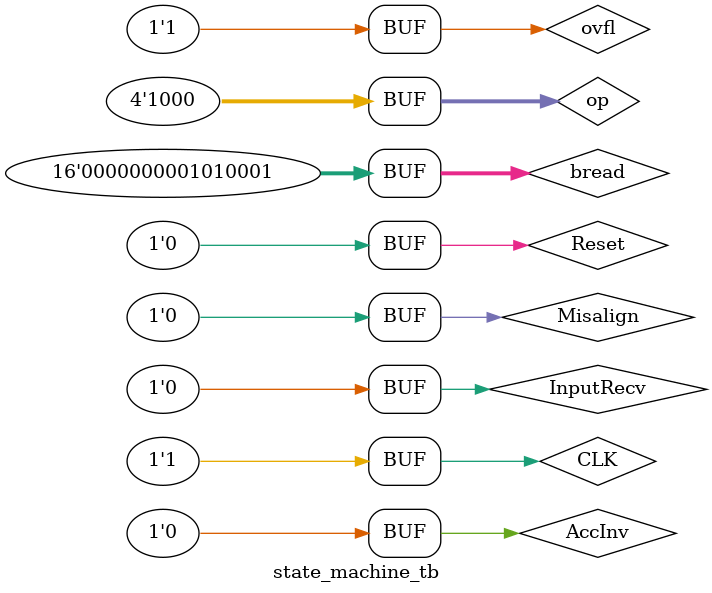
<source format=v>
`timescale 1ns / 1ps


module state_machine_tb;

	// Inputs
	reg [3:0] op;
	reg CLK;
	reg Reset;
	reg [15:0] bread;
	reg ovfl;
	reg AccInv;
	reg InputRecv;
	reg Misalign;

	// Outputs
	wire ReadAddr;
	wire IRWrite;
	wire [2:0] ALUA;
	wire [1:0] ALUB;
	wire [1:0] ALUControl;
	wire [2:0] PCSource;
	wire PCWrite;
	wire RegWrite;
	wire MemWrite;
	wire AWrite;
	wire BWrite;
	wire CWrite;
	wire [1:0] ShifterInput;
	wire [1:0] ShifterControl;
	wire ShifterLeft;
	wire PCWriteCond;
	wire [1:0] RegRead;
	wire RegRead2;
	wire ALUOutWrite;
	wire CSource;
	wire [1:0] RegDest;
	wire [1:0] MemToReg;
	wire MDWrite;
	wire KernelMode;
	wire [1:0] ExType;
	wire InputRst;

	// Instantiate the Unit Under Test (UUT)
	state_machine uut (
		.ReadAddr(ReadAddr), 
		.IRWrite(IRWrite), 
		.ALUA(ALUA), 
		.ALUB(ALUB), 
		.ALUControl(ALUControl), 
		.PCSource(PCSource), 
		.PCWrite(PCWrite), 
		.RegWrite(RegWrite), 
		.MemWrite(MemWrite), 
		.AWrite(AWrite), 
		.BWrite(BWrite), 
		.CWrite(CWrite), 
		.ShifterInput(ShifterInput), 
		.ShifterControl(ShifterControl), 
		.ShifterLeft(ShifterLeft), 
		.PCWriteCond(PCWriteCond), 
		.RegRead(RegRead), 
		.RegRead2(RegRead2), 
		.ALUOutWrite(ALUOutWrite), 
		.CSource(CSource), 
		.RegDest(RegDest), 
		.MemToReg(MemToReg), 
		.MDWrite(MDWrite), 
		.KernelMode(KernelMode), 
		.ExType(ExType), 
		.op(op), 
		.CLK(CLK), 
		.Reset(Reset), 
		.bread(bread), 
		.ovfl(ovfl), 
		.AccInv(AccInv), 
		.InputRecv(InputRecv), 
		.Misalign(Misalign), 
		.InputRst(InputRst)
	);

	initial begin
		// Initialize Inputs
		op = 0;
		CLK = 0;
		Reset = 1;
		bread = 0;
		ovfl = 0;
		AccInv = 0;
		InputRecv = 0;
		Misalign = 0;

		// Wait 200 ns for global reset to finish
		#200;

		//begining tests
		op=4'b0000;
		CLK=1;
		Reset=1;
		#10

		//testing reset state
		if(~MemWrite&~RegWrite&~IRWrite&PCWrite&(PCSource==4))
			$display("success with starting in ResetState");
		CLK=0;
		Reset=0;
		#10
		
		op=4'b0000;
		CLK=1;
		#10

		//testing fetch
		if(~ReadAddr&IRWrite&~ALUA&ALUB&ALUControl&PCSource&PCWrite&~RegWrite&~MemWrite)
			$display("success with going to Fetch");
		CLK=0;
		#10

		//test only move on  rising edge
		if(~ReadAddr&IRWrite&~ALUA&ALUB&ALUControl&PCSource&PCWrite&~RegWrite&~MemWrite)
			$display("success with not moving on nonrising edge");

		//testing decode on R_type
		CLK=1;
		#10
		if(AWrite&BWrite&~PCWriteCond&~PCWrite&~RegWrite&RegRead&~MemWrite&~IRWrite)
			$display("success being in decode for r-type");

		//Testing if in R_Execution
		CLK=0;
		#10
		CLK=1;
		#10
		if(~ALUControl&~CSource&~RegRead&~PCWrite&~PCWriteCond&~MemWrite&~IRWrite&~RegWrite&~PCWriteCond&ALUA&ALUB&ALUOutWrite&CWrite)
			$display("success in moving to R_Execution");

		//testing if in R_Write
		CLK=0;
		#10
		CLK=1;
		#10
		if(RegWrite&~RegDest&~MemToReg&~PCWrite&~PCWriteCond&~MemWrite&~IRWrite)
			$display("success moving to R_write");

		//testing if in Fetch
		CLK=0;
		#10
		CLK=1;
		#10
		if(~ReadAddr&IRWrite&~ALUA&ALUB&ALUControl&PCSource&PCWrite&~RegWrite&~MemWrite)
			$display("success with moving to Fetch");
			
		/*

		//testing decode on Ber
		op=4'b0110;
		CLK=0;
		#10
		CLK=1;
		#10
		if(AWrite&BWrite&~PCWriteCond&~PCWrite&~RegWrite&RegRead&~MemWrite&~IRWrite)
			$display("success being in decode for ber");

		//Testing if in R_Execution
		CLK=0;
		#10
		CLK=1;
		#10
		if(~ALUControl&~CSource&~RegRead&~PCWrite&~PCWriteCond&~MemWrite&~IRWrite&~RegWrite&~PCWriteCond&ALUA&ALUB&ALUOutWrite&CWrite)
			$display("success in moving to R_Execution for ber");

		//Testing if in ber
		CLK=0;
		#10
		CLK=1;
		#10
		if(~PCWrite&PCWriteCond&~MemWrite&~IRWrite&~RegWrite)
			$display("success in moving to Ber state");

		//testing if in Fetch
		CLK=0;
		#10
		CLK=1;
		#10
		if(~ReadAddr&IRWrite&~ALUA&ALUB&ALUControl&PCSource&PCWrite&~RegWrite&~MemWrite)
			$display("success with moving to Fetch");
		
		//test if decode for sw
		op=4'b1001;
		CLK=0;
		#10
		CLK=1;
		#10
		if(AWrite&BWrite&~PCWriteCond&~PCWrite&~RegWrite&RegRead&~MemWrite&~IRWrite)
			$display("success being in decode for sw");

		
		//test if in Calculate_Memory
		CLK=0;
		#10
		CLK=1;
		#10
		if(ALUControl&ALUA&ALUOutWrite&~ShifterInput&~PCWrite&PCWriteCond&~MemWrite&~IRWrite&~RegWrite&(ShifterControl==2)&(ALUB==2))
			$display("success being in Calculate_Memory for sw");


		//test if in SW
		CLK=0;
		#10
		CLK=1;
		#10
		if(ReadAddr&~PCWrite&~PCWriteCond&MemWrite&~IRWrite&~RegWrite)
			$display("success being in sw");

		//test if in Reset_Memory_Read
		CLK=0;
		#10
		CLK=1;
		#10
		if(~ReadAddr&~PCWrite&~PCWriteCond&MemWrite&~IRWrite&~RegWrite)
			$display("success being in Reset memory read");

		//testing if in Fetch
		CLK=0;
		#10
		CLK=1;
		#10
		if(~ReadAddr&IRWrite&~ALUA&ALUB&ALUControl&PCSource&PCWrite&~RegWrite&~MemWrite)
			$display("success with moving to Fetch");
		
		//test if decode for lw
		op=4'b1000;
		CLK=0;
		#10
		CLK=1;
		#10
		if(AWrite&BWrite&~PCWriteCond&~PCWrite&~RegWrite&RegRead&~MemWrite&~IRWrite)
			$display("success being in decode for lw");

		
		//test if in Calculate_Memory
		CLK=0;
		#10
		CLK=1;
		#10
		if(ALUControl&ALUA&ALUOutWrite&~ShifterInput&~PCWrite&PCWriteCond&~MemWrite&~IRWrite&~RegWrite&(ShifterControl==2)&(ALUB==2))
			$display("success being in Calculate_Memory for lw");

		//test if in LW-1
		CLK=0;
		#10
		CLK=1;
		#10
		if(ReadAddr&~PCWrite&~PCWriteCond&~MemWrite&~IRWrite&~RegWrite)
			$display("success being in lw-1");

		//test if in LW-2
		CLK=0;
		#10
		CLK=1;
		#10
		if(~RegDest&(MemToReg==1)&~PCWrite&~PCWriteCond&~MemWrite&~IRWrite&RegWrite)
			$display("success being in lw-2");

		//test if in Reset_Memory_Read
		CLK=0;
		#10
		CLK=1;
		#10
		if(~ReadAddr&~PCWrite&~PCWriteCond&MemWrite&~IRWrite&~RegWrite)
			$display("success being in Reset memory read");

		//testing if in Fetch
		CLK=0;
		#10
		CLK=1;
		#10
		if(~ReadAddr&IRWrite&~ALUA&ALUB&ALUControl&PCSource&PCWrite&~RegWrite&~MemWrite)
			$display("success with moving to Fetch");


		//test if decode for sll
		op=4'b1010;
		CLK=0;
		#10
		CLK=1;
		#10
		if(AWrite&BWrite&~PCWriteCond&~PCWrite&~RegWrite&RegRead&~MemWrite&~IRWrite)
			$display("success being in decode for sll");

		//testing if in shift_l
		CLK=0;
		#10
		CLK=1;
		#10
		if(ALUControl&(ALUA==2)&(ALUB==2)&ALUOutWrite&(ShifterInput==2)&ShifterControl&ShifterLeft&~PCWrite&~PCWriteCond&~MemWrite&~IRWrite&~RegWrite)
			$display("success with moving to Shift_l");

		//testing if in Load_shift
		CLK=0;
		#10
		CLK=1;
		#10
		if(RegWrite&~RegDest&~MemToReg&~PCWrite&~PCWriteCond&~MemWrite&~IRWrite)
			$display("success with moving to Load_shift");

		//testing if in Fetch
		CLK=0;
		#10
		CLK=1;
		#10
		if(~ReadAddr&IRWrite&~ALUA&ALUB&ALUControl&PCSource&PCWrite&~RegWrite&~MemWrite)
			$display("success with moving to Fetch");

		//test if decode for srl
		op=4'b1011;
		CLK=0;
		#10
		CLK=1;
		#10
		if(AWrite&BWrite&~PCWriteCond&~PCWrite&~RegWrite&RegRead&~MemWrite&~IRWrite)
			$display("success being in decode for srl");

		//testing if in shift_R
		CLK=0;
		#10
		CLK=1;
		#10
		if(ALUControl&(ALUA==2)&(ALUB==2)&ALUOutWrite&(ShifterInput==2)&ShifterControl&~ShifterLeft&~PCWrite&~PCWriteCond&~MemWrite&~IRWrite&~RegWrite)
			$display("success with moving to Shift_R");

		//testing if in Load_shift
		CLK=0;
		#10
		CLK=1;
		#10
		if(RegWrite&~RegDest&~MemToReg&~PCWrite&~PCWriteCond&~MemWrite&~IRWrite)
			$display("success with moving to Load_shift");

		//testing if in Fetch
		CLK=0;
		#10
		CLK=1;
		#10
		if(~ReadAddr&IRWrite&~ALUA&ALUB&ALUControl&PCSource&PCWrite&~RegWrite&~MemWrite)
			$display("success with moving to Fetch");

		//test if decode for Lpc
		op=4'b1110;
		CLK=0;
		#10
		CLK=1;
		#10
		if(AWrite&BWrite&~PCWriteCond&~PCWrite&~RegWrite&RegRead&~MemWrite&~IRWrite)
			$display("success being in decode for lpc");

		//testing if in Lpc_Calculate
		CLK=0;
		#10
		CLK=1;
		#10
		if(ALUControl&~ALUA&(ALUB==2)&ALUOutWrite&ShifterInput&~ShifterControl&~PCWrite&~PCWriteCond&~MemWrite&~IRWrite&~RegWrite)
			$display("success with moving to Lpc_Calculate");

		//testing if in Lpc_Load
		CLK=0;
		#10
		CLK=1;
		#10
		if(RegWrite&~RegDest&~MemToReg&~PCWrite&~PCWriteCond&~MemWrite&~IRWrite)
			$display("success with moving to Lpc_Load");

		//testing if in Fetch
		CLK=0;
		#10
		CLK=1;
		#10
		if(~ReadAddr&IRWrite&~ALUA&ALUB&ALUControl&PCSource&PCWrite&~RegWrite&~MemWrite)
			$display("success with moving to Fetch");

		//test if decode for spc
		op=4'b1111;
		CLK=0;
		#10
		CLK=1;
		#10
		if(AWrite&BWrite&~PCWriteCond&~PCWrite&~RegWrite&RegRead&~MemWrite&~IRWrite)
			$display("success being in decode for spc");

		//testing if in spc_Calculate
		CLK=0;
		#10
		CLK=1;
		#10
		if(~RegRead&(ALUA==3)&(ALUB==2)&ShifterInput&~ShifterControl&ALUOutWrite&~PCWrite&~PCWriteCond&~MemWrite&~IRWrite&~RegWrite)
			$display("success with moving to spc_Calculate");

		//testing if in spc_Load
		CLK=0;
		#10
		CLK=1;
		#10
		if((PCSource==2)&PCWrite&~PCWriteCond&~MemWrite&~IRWrite)
			$display("success with moving to spc_Load");

		//testing if in Fetch
		CLK=0;
		#10
		CLK=1;
		#10
		if(~ReadAddr&IRWrite&~ALUA&ALUB&ALUControl&PCSource&PCWrite&~RegWrite&~MemWrite)
			$display("success with moving to Fetch");

		//test if decode for lc
		op=4'b1100;
		CLK=0;
		#10
		CLK=1;
		#10
		if(AWrite&BWrite&~PCWriteCond&~PCWrite&~RegWrite&RegRead&~MemWrite&~IRWrite)
			$display("success being in decode for lc");

		//testing if in Loading_Calculations
		CLK=0;
		#10
		CLK=1;
		#10
		if(~CSource&CWrite&~RegRead&~PCWrite&~PCWriteCond&~MemWrite&~IRWrite&~RegWrite)
			$display("success with moving to Loading_Calculations");

		//testing if in Lc
		CLK=0;
		#10
		CLK=1;
		#10
		if(~RegDest&ShifterInput&(ShifterControl==2)&(ALUA==4)&(ALUB==2)&(PCWrite)&~PCWriteCond&~MemWrite&~IRWrite&RegWrite)
			$display("success with moving to lc");

		//testing if in Fetch
		CLK=0;
		#10
		CLK=1;
		#10
		if(~ReadAddr&IRWrite&~ALUA&ALUB&ALUControl&PCSource&PCWrite&~RegWrite&~MemWrite)
			$display("success with moving to Fetch");
			
		*/

		//test if decode for addc
		op=4'b1101;
		CLK=0;
		#10
		CLK=1;
		#10
		if(AWrite&BWrite&~PCWriteCond&~PCWrite&~RegWrite&RegRead&~MemWrite&~IRWrite)
			$display("success being in decode for addc");

		//testing if in Loading_Calculations
		CLK=0;
		#10
		CLK=1;
		#10
		if(~CSource&CWrite&~RegRead&~PCWrite&~PCWriteCond&~MemWrite&~IRWrite&~RegWrite)
			$display("success with moving to Loading_Calculations");

		//testing if in addc
		CLK=0;
		#10
		CLK=1;
		#10
		if(~IRWrite&~RegDest&ShifterInput&(ShifterControl==2)&ShifterLeft&(ALUA==4)&(ALUB==2)&ALUOutWrite&~MemToReg&~PCWrite&~PCWriteCond&~MemWrite&~RegWrite)
			$display("success with moving to addc");
			
		//testing if in R_Write
		CLK=0;
		#10
		CLK=1;
		#10
		if(RegWrite&~RegDest&~MemToReg&~PCWrite&~PCWriteCond&~MemWrite&~IRWrite)
			$display("success moving to R_write");
			
		// test an overflow exception
		
		//testing if in Fetch
		CLK=0;
		#10
		CLK=1;
		#10
		if(~ReadAddr&IRWrite&~ALUA&ALUB&ALUControl&PCSource&PCWrite&~RegWrite&~MemWrite)
			$display("success with moving to Fetch");
		
		//test if decode for addc
		op=4'b1101;
		CLK=0;
		#10
		CLK=1;
		#10
		if(AWrite&BWrite&~PCWriteCond&~PCWrite&~RegWrite&RegRead&~MemWrite&~IRWrite)
			$display("success being in decode for addc");

		//testing if in Loading_Calculations
		CLK=0;
		#10
		CLK=1;
		#10
		if(~CSource&CWrite&~RegRead&~PCWrite&~PCWriteCond&~MemWrite&~IRWrite&~RegWrite)
			$display("success with moving to Loading_Calculations");

		//testing if in addc
		CLK=0;
		#10
		CLK=1;
		#10
		if(~IRWrite&~RegDest&ShifterInput&(ShifterControl==2)&ShifterLeft&(ALUA==4)&(ALUB==2)&ALUOutWrite&~MemToReg&~PCWrite&~PCWriteCond&~MemWrite&~RegWrite)
			$display("success with moving to addc");
			
		// overflow! oh, no!
		ovfl = 1;
			
		//testing if in ExH_B
		CLK=0;
		#10
		CLK=1;
		#10
		if(~PCWrite&~PCWriteCond&~MemWrite&~IRWrite&~RegWrite&BWrite&RegRead2&InputRst&KernelMode&~ALUOutWrite)
			$display("success moving to ExH_B");
			
		// now, exception types 1 and 3 are disabled; 2 and 0 enabled
		bread=16'b0000000001010001;
		
		// so we should go back to R_Write, the exception's disabled
		
		//testing if in R_Write
		CLK=0;
		#10
		CLK=1;
		#10
		if(RegWrite&~RegDest&~MemToReg&~PCWrite&~PCWriteCond&~MemWrite&~IRWrite)
			$display("success moving to R_write");
			
		// now let's test an invalid memory access!
		
		//testing if in Fetch
		CLK=0;
		#10
		CLK=1;
		#10
		if(~ReadAddr&IRWrite&~ALUA&ALUB&ALUControl&PCSource&PCWrite&~RegWrite&~MemWrite)
			$display("success with moving to Fetch");
		
		//test if decode for lw
		op=4'b1000;
		CLK=0;
		#10
		CLK=1;
		#10
		if(AWrite&BWrite&~PCWriteCond&~PCWrite&~RegWrite&RegRead&~MemWrite&~IRWrite)
			$display("success being in decode for lw");

		
		//test if in Calculate_Memory
		CLK=0;
		#10
		CLK=1;
		#10
		if(ALUControl&ALUA&ALUOutWrite&~ShifterInput&~PCWrite&PCWriteCond&~MemWrite&~IRWrite&~RegWrite&(ShifterControl==2)&(ALUB==2))
			$display("success being in Calculate_Memory for lw");

		//test if in LW-1
		CLK=0;
		#10
		CLK=1;
		#10
		if(ReadAddr&~PCWrite&~PCWriteCond&~MemWrite&~IRWrite&~RegWrite)
			$display("success being in lw-1");

		// exception!
		
		AccInv=1;

		//testing if in ExH_B
		CLK=0;
		#10
		CLK=1;
		#10
		if(~PCWrite&~PCWriteCond&~MemWrite&~IRWrite&~RegWrite&BWrite&RegRead2&InputRst&KernelMode&~ALUOutWrite)
			$display("success moving to ExH_B");
			
		AccInv=0;
			
		//testing if in ExH_PC
		CLK=0;
		#10
		CLK=1;
		#10
		if(PCWrite&(PCSource==3)&~PCWriteCond&~MemWrite&~IRWrite&RegWrite&(RegDest==1)&(MemToReg==2)&ALUOutWrite&(ALUA==7)&(ALUB==0)&(ALUControl==2)&~InputRst)
			$display("success moving to ExH_PC");
			
		//testing if in ExH_ALU
		CLK=0;
		#10
		CLK=1;
		#10
		if(~PCWrite&~PCWriteCond&~MemWrite&~IRWrite&~RegWrite&ALUOutWrite&(ShifterInput==3)&(ShifterControl==3)&ShifterLeft&(ALUB==2)&(ALUA==6)&(ALUControl==1))
			$display("success moving to ExH_ALU");
		
		//testing if in RstExH_WB
		CLK=0;
		#10
		CLK=1;
		#10
		if((RegDest==2)&(MemToReg==0)&~PCWrite&~PCWriteCond&~MemWrite&~IRWrite&RegWrite)
			$display("success moving to RstExH_WB");
			
		// Let's reset this
		
		//testing if in Fetch
		CLK=0;
		#10
		CLK=1;
		#10
		if(~ReadAddr&IRWrite&~ALUA&ALUB&ALUControl&PCSource&PCWrite&~RegWrite&~MemWrite)
			$display("success with moving to Fetch");

		//test if decode for rst
		op=4'b0111;
		CLK=0;
		#10
		CLK=1;
		#10
		if(AWrite&BWrite&~PCWriteCond&~PCWrite&~RegWrite&RegRead&~MemWrite&~IRWrite)
			$display("success being in decode for rst");

		//testing if in Rst_RUM
		CLK=0;
		#10
		CLK=1;
		#10
		if(~KernelMode&(RegRead==2)&~PCWrite&~PCWriteCond&~MemWrite&~IRWrite&~RegWrite&AWrite)
			$display("success with moving to Rst_RUM");
			
		//testing if in Rst_Ex
		CLK=0;
		#10
		CLK=1;
		#10
		if(ALUOutWrite&(ALUA==5)&(ShifterInput==2)&(ShifterControl==3)&(ALUB==2)&(ALUControl==2)&~ShifterLeft&~PCWrite&~PCWriteCond&~MemWrite&~IRWrite&~RegWrite)
			$display("success with moving to Rst_Ex");
			
		// Meanwhile in MemoryLand ...
		
		InputRecv = 1;
		// WE HAVE INPUT!
		
		//testing if in RstExH_WB
		CLK=0;
		#10
		CLK=1;
		#10
		if((RegDest==2)&(MemToReg==0)&~PCWrite&~PCWriteCond&~MemWrite&~IRWrite&RegWrite)
			$display("success moving to RstExH_WB");
			
		// Because of the input, we should do an exception now!
			
		//testing if in ExH_B
		CLK=0;
		#10
		CLK=1;
		#10
		if(~PCWrite&~PCWriteCond&~MemWrite&~IRWrite&~RegWrite&BWrite&RegRead2&InputRst&KernelMode&~ALUOutWrite)
			$display("success moving to ExH_B");
			
		InputRecv=0;
			
		//testing if in ExH_PC
		CLK=0;
		#10
		CLK=1;
		#10
		if(PCWrite&(PCSource==3)&~PCWriteCond&~MemWrite&~IRWrite&RegWrite&(RegDest==1)&(MemToReg==2)&ALUOutWrite&(ALUA==7)&(ALUB==0)&(ALUControl==2)&~InputRst)
			$display("success moving to ExH_PC");
			
		//testing if in ExH_ALU
		CLK=0;
		#10
		CLK=1;
		#10
		if(~PCWrite&~PCWriteCond&~MemWrite&~IRWrite&~RegWrite&ALUOutWrite&(ShifterInput==3)&(ShifterControl==3)&ShifterLeft&(ALUB==2)&(ALUA==6)&(ALUControl==1))
			$display("success moving to ExH_ALU");
		
		//testing if in RstExH_WB
		CLK=0;
		#10
		CLK=1;
		#10
		if((RegDest==2)&(MemToReg==0)&~PCWrite&~PCWriteCond&~MemWrite&~IRWrite&RegWrite)
			$display("success moving to RstExH_WB");
			
		// now let's test misaligned!
		
		//testing if in Fetch
		CLK=0;
		#10
		CLK=1;
		#10
		if(~ReadAddr&IRWrite&~ALUA&ALUB&ALUControl&PCSource&PCWrite&~RegWrite&~MemWrite)
			$display("success with moving to Fetch");
		
		//test if decode for lw
		op=4'b1000;
		CLK=0;
		#10
		CLK=1;
		#10
		if(AWrite&BWrite&~PCWriteCond&~PCWrite&~RegWrite&RegRead&~MemWrite&~IRWrite)
			$display("success being in decode for lw");

		
		//test if in Calculate_Memory
		CLK=0;
		#10
		CLK=1;
		#10
		if(ALUControl&ALUA&ALUOutWrite&~ShifterInput&~PCWrite&PCWriteCond&~MemWrite&~IRWrite&~RegWrite&(ShifterControl==2)&(ALUB==2))
			$display("success being in Calculate_Memory for lw");

		//test if in LW-1
		CLK=0;
		#10
		CLK=1;
		#10
		if(ReadAddr&~PCWrite&~PCWriteCond&~MemWrite&~IRWrite&~RegWrite)
			$display("success being in lw-1");

		// exception!
		
		Misalign=1;

		//testing if in ExH_B
		CLK=0;
		#10
		CLK=1;
		#10
		if(~PCWrite&~PCWriteCond&~MemWrite&~IRWrite&~RegWrite&BWrite&RegRead2&InputRst&KernelMode&~ALUOutWrite)
			$display("success moving to ExH_B");
			
		Misalign=0;
		
		// it's disabled, we move back out, everyone's happy.
		
		//testing if in Fetch
		CLK=0;
		#10
		CLK=1;
		#10
		if(~ReadAddr&IRWrite&~ALUA&ALUB&ALUControl&PCSource&PCWrite&~RegWrite&~MemWrite)
			$display("success with moving to Fetch");

	end
      
endmodule


</source>
